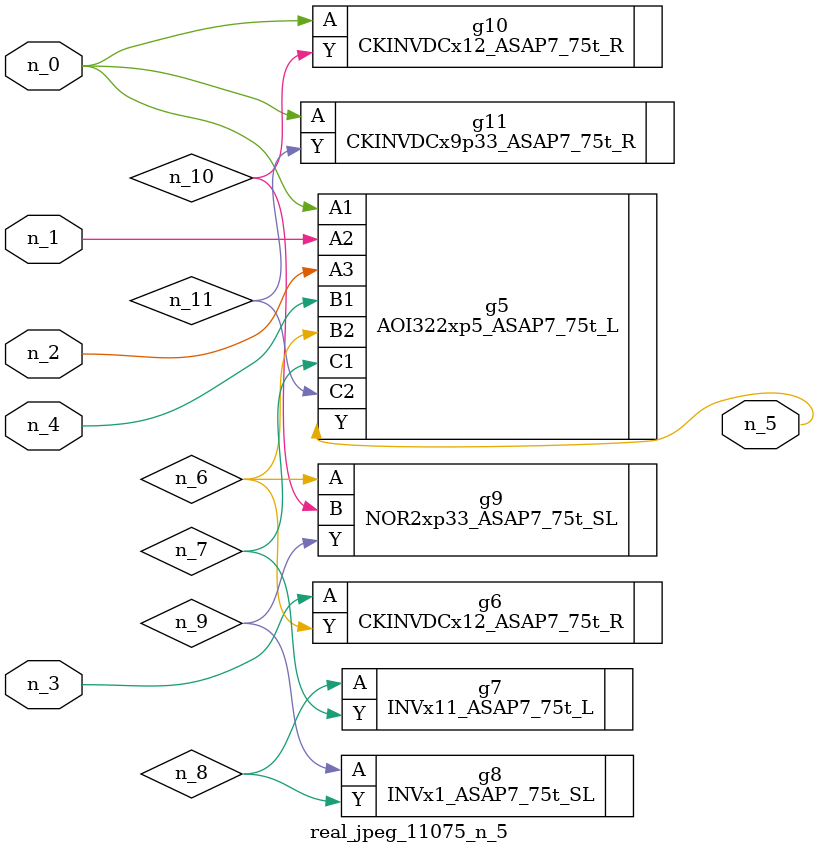
<source format=v>
module real_jpeg_11075_n_5 (n_4, n_0, n_1, n_2, n_3, n_5);

input n_4;
input n_0;
input n_1;
input n_2;
input n_3;

output n_5;

wire n_8;
wire n_11;
wire n_6;
wire n_7;
wire n_10;
wire n_9;

AOI322xp5_ASAP7_75t_L g5 ( 
.A1(n_0),
.A2(n_1),
.A3(n_2),
.B1(n_4),
.B2(n_6),
.C1(n_7),
.C2(n_11),
.Y(n_5)
);

CKINVDCx12_ASAP7_75t_R g10 ( 
.A(n_0),
.Y(n_10)
);

CKINVDCx9p33_ASAP7_75t_R g11 ( 
.A(n_0),
.Y(n_11)
);

CKINVDCx12_ASAP7_75t_R g6 ( 
.A(n_3),
.Y(n_6)
);

NOR2xp33_ASAP7_75t_SL g9 ( 
.A(n_6),
.B(n_10),
.Y(n_9)
);

INVx11_ASAP7_75t_L g7 ( 
.A(n_8),
.Y(n_7)
);

INVx1_ASAP7_75t_SL g8 ( 
.A(n_9),
.Y(n_8)
);


endmodule
</source>
